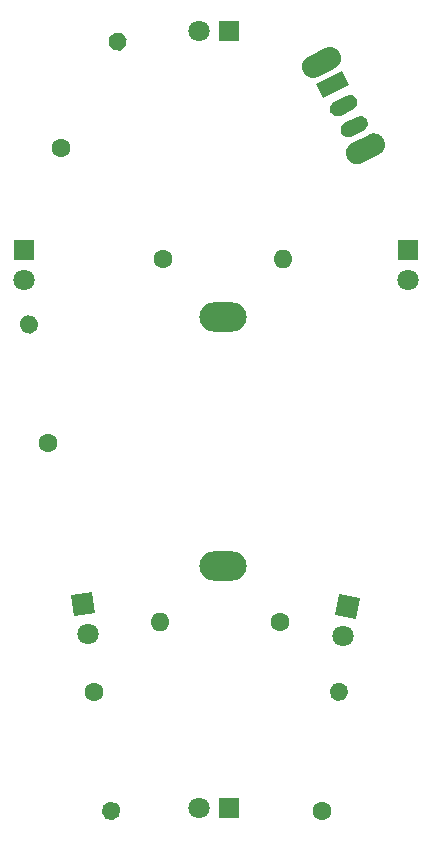
<source format=gbr>
%TF.GenerationSoftware,KiCad,Pcbnew,(5.1.8)-1*%
%TF.CreationDate,2021-10-08T14:09:10-07:00*%
%TF.ProjectId,Halloween,48616c6c-6f77-4656-956e-2e6b69636164,rev?*%
%TF.SameCoordinates,Original*%
%TF.FileFunction,Soldermask,Top*%
%TF.FilePolarity,Negative*%
%FSLAX46Y46*%
G04 Gerber Fmt 4.6, Leading zero omitted, Abs format (unit mm)*
G04 Created by KiCad (PCBNEW (5.1.8)-1) date 2021-10-08 14:09:10*
%MOMM*%
%LPD*%
G01*
G04 APERTURE LIST*
%ADD10O,1.600000X1.600000*%
%ADD11C,1.600000*%
%ADD12O,4.000000X2.500000*%
%ADD13C,0.100000*%
%ADD14R,1.800000X1.800000*%
%ADD15C,1.800000*%
G04 APERTURE END LIST*
D10*
%TO.C,R6*%
X172720000Y-68580000D03*
D11*
X162560000Y-68580000D03*
%TD*%
%TO.C,R5*%
G36*
G01*
X158318254Y-50917610D02*
X158318254Y-50917610D01*
G75*
G02*
X157987473Y-49835675I375577J706358D01*
G01*
X157987473Y-49835675D01*
G75*
G02*
X159069408Y-49504894I706358J-375577D01*
G01*
X159069408Y-49504894D01*
G75*
G02*
X159400189Y-50586829I-375577J-706358D01*
G01*
X159400189Y-50586829D01*
G75*
G02*
X158318254Y-50917610I-706358J375577D01*
G01*
G37*
X153924000Y-59182000D03*
%TD*%
%TO.C,R4*%
G36*
G01*
X151316774Y-74956237D02*
X151316774Y-74956237D01*
G75*
G02*
X150401475Y-74291234I-125148J790151D01*
G01*
X150401475Y-74291234D01*
G75*
G02*
X151066478Y-73375935I790151J125148D01*
G01*
X151066478Y-73375935D01*
G75*
G02*
X151981777Y-74040938I125148J-790151D01*
G01*
X151981777Y-74040938D01*
G75*
G02*
X151316774Y-74956237I-790151J-125148D01*
G01*
G37*
X152781000Y-84201000D03*
%TD*%
%TO.C,R3*%
G36*
G01*
X177324661Y-106047090D02*
X177324661Y-106047090D01*
G75*
G02*
X176643785Y-105143538I111338J792214D01*
G01*
X176643785Y-105143538D01*
G75*
G02*
X177547337Y-104462662I792214J-111338D01*
G01*
X177547337Y-104462662D01*
G75*
G02*
X178228213Y-105366214I-111338J-792214D01*
G01*
X178228213Y-105366214D01*
G75*
G02*
X177324661Y-106047090I-792214J111338D01*
G01*
G37*
X176022000Y-115316000D03*
%TD*%
%TO.C,R2*%
G36*
G01*
X158020661Y-114551910D02*
X158020661Y-114551910D01*
G75*
G02*
X158924213Y-115232786I111338J-792214D01*
G01*
X158924213Y-115232786D01*
G75*
G02*
X158243337Y-116136338I-792214J-111338D01*
G01*
X158243337Y-116136338D01*
G75*
G02*
X157339785Y-115455462I-111338J792214D01*
G01*
X157339785Y-115455462D01*
G75*
G02*
X158020661Y-114551910I792214J111338D01*
G01*
G37*
X156718000Y-105283000D03*
%TD*%
D10*
%TO.C,R1*%
X162306000Y-99314000D03*
D11*
X172466000Y-99314000D03*
%TD*%
D12*
%TO.C,BT1*%
X167640000Y-73533000D03*
X167640000Y-94615000D03*
%TD*%
D13*
%TO.C,SW1*%
G36*
X175502148Y-53836334D02*
G01*
X177729664Y-52701358D01*
X178319852Y-53859666D01*
X176092336Y-54994642D01*
X175502148Y-53836334D01*
G37*
G36*
G01*
X176989283Y-55323253D02*
X178058491Y-54778465D01*
G75*
G02*
X178932739Y-55062525I295094J-579154D01*
G01*
X178932739Y-55062525D01*
G75*
G02*
X178648679Y-55936773I-579154J-295094D01*
G01*
X177579471Y-56481561D01*
G75*
G02*
X176705223Y-56197501I-295094J579154D01*
G01*
X176705223Y-56197501D01*
G75*
G02*
X176989283Y-55323253I579154J295094D01*
G01*
G37*
G36*
G01*
X177897264Y-57105266D02*
X178966472Y-56560478D01*
G75*
G02*
X179840720Y-56844538I295094J-579154D01*
G01*
X179840720Y-56844538D01*
G75*
G02*
X179556660Y-57718786I-579154J-295094D01*
G01*
X178487452Y-58263574D01*
G75*
G02*
X177613204Y-57979514I-295094J579154D01*
G01*
X177613204Y-57979514D01*
G75*
G02*
X177897264Y-57105266I579154J295094D01*
G01*
G37*
G36*
G01*
X174813524Y-51493622D02*
X176239134Y-50767238D01*
G75*
G02*
X177516881Y-51182403I431291J-846456D01*
G01*
X177516881Y-51182403D01*
G75*
G02*
X177101716Y-52460150I-846456J-431291D01*
G01*
X175676106Y-53186534D01*
G75*
G02*
X174398359Y-52771369I-431291J846456D01*
G01*
X174398359Y-52771369D01*
G75*
G02*
X174813524Y-51493622I846456J431291D01*
G01*
G37*
G36*
G01*
X178536246Y-58799876D02*
X179961856Y-58073492D01*
G75*
G02*
X181239603Y-58488657I431291J-846456D01*
G01*
X181239603Y-58488657D01*
G75*
G02*
X180824438Y-59766404I-846456J-431291D01*
G01*
X179398828Y-60492788D01*
G75*
G02*
X178121081Y-60077623I-431291J846456D01*
G01*
X178121081Y-60077623D01*
G75*
G02*
X178536246Y-58799876I846456J431291D01*
G01*
G37*
%TD*%
D14*
%TO.C,D6*%
X183261000Y-67818000D03*
D15*
X183261000Y-70358000D03*
%TD*%
D14*
%TO.C,D5*%
X168148000Y-49276000D03*
D15*
X165608000Y-49276000D03*
%TD*%
D14*
%TO.C,D4*%
X150749000Y-67818000D03*
D15*
X150749000Y-70358000D03*
%TD*%
D13*
%TO.C,D3*%
G36*
X177450956Y-97001390D02*
G01*
X179223610Y-97313956D01*
X178911044Y-99086610D01*
X177138390Y-98774044D01*
X177450956Y-97001390D01*
G37*
D15*
X177739934Y-100545412D03*
%TD*%
D14*
%TO.C,D2*%
X168148000Y-115062000D03*
D15*
X165608000Y-115062000D03*
%TD*%
D13*
%TO.C,D1*%
G36*
X154726324Y-97098544D02*
G01*
X156498978Y-96785978D01*
X156811544Y-98558632D01*
X155038890Y-98871198D01*
X154726324Y-97098544D01*
G37*
D15*
X156210000Y-100330000D03*
%TD*%
M02*

</source>
